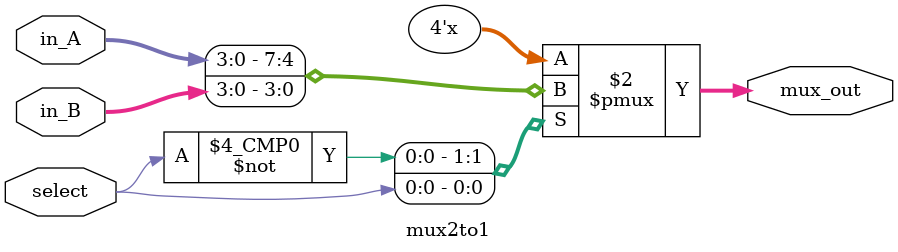
<source format=sv>
module select_adder (
	input  [15:0] A, B,
	input         cin,
	output [15:0] S,
	output logic cout
);

    /* TODO
     *
     * Insert code here to implement a CSA adder.
     * Your code should be completly combinational (don't use always_ff or always_latch).
     * Feel free to create sub-modules or other files. */
	  
	  logic c0, c1, c2;
	  four_bit_adder 			FA(.A(A[3:0]), .B(B[3:0]), .C_in(cin), .S(S[3:0]), .C_out(c0));
	  //second unit
	  four_carry_select		CSA0(.A(A[7:4]), .B(B[7:4]), .c_in(c0), .sum(S[7:4]), .c_out(c1));
	  //third unit
	  four_carry_select		CSA1(.A(A[11:8]), .B(B[11:8]), .c_in(c1), .sum(S[11:8]), .c_out(c2));
	  //fourth unit
	  four_carry_select		CSA2(.A(A[15:12]), .B(B[15:12]), .c_in(c2), .sum(S[15:12]), .c_out(cout));
	  

endmodule


module four_carry_select(
	input 	[3:0] A, B,
	input 	c_in,
	output 	[3:0] sum,
	output 	logic c_out
	
	);
	
	logic [3:0] temp_sum1, temp_sum2;
	logic c1, c2;
	
	//the two 4-bit carry ripple adder of the unit
	four_bit_adder		RA1(.A(A[3:0]), .B(B[3:0]), .C_in(1'b0), .S(temp_sum1[3:0]), .C_out(c1));
	four_bit_adder		RA2(.A(A[3:0]), .B(B[3:0]), .C_in(1'b1), .S(temp_sum2[3:0]), .C_out(c2));
	
	//2 to 1 mux for the output
	mux2to1		mux_one(.in_A(temp_sum1[3:0]), .in_B(temp_sum2[3:0]), .select(c_in), .mux_out(sum[3:0]));
	
	
	always_comb
		begin
			c_out = (c_in & c2) | c1;
		end


endmodule


//sum of the full adder with 0 cin, going to in_A
//sum of the full adder with 1 cin, going to in_B
module mux2to1(
	input 	[3:0] in_A,
	input		[3:0]	in_B,
	input		 select,
	output	logic [3:0]	mux_out

);

	always_comb
		begin 
		
			case(select)
				//0 output input A
				//1 output input B
				1'b0 : mux_out[3:0] = in_A[3:0];
				1'b1 : mux_out[3:0] = in_B[3:0];
				
				//default output is input A
				default : mux_out[3:00] = in_A[3:0];
			endcase
		
		end

endmodule

</source>
